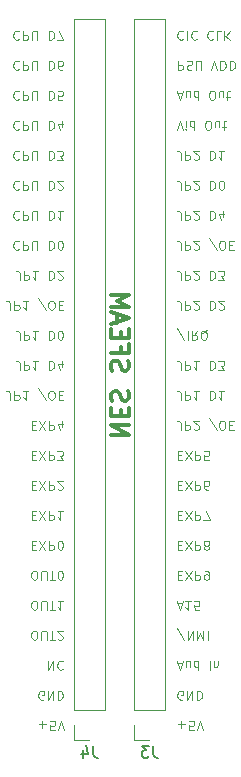
<source format=gbr>
%TF.GenerationSoftware,KiCad,Pcbnew,(5.1.10)-1*%
%TF.CreationDate,2021-05-31T22:30:43+02:00*%
%TF.ProjectId,Nes Sound Expansion,4e657320-536f-4756-9e64-20457870616e,rev?*%
%TF.SameCoordinates,Original*%
%TF.FileFunction,Legend,Bot*%
%TF.FilePolarity,Positive*%
%FSLAX46Y46*%
G04 Gerber Fmt 4.6, Leading zero omitted, Abs format (unit mm)*
G04 Created by KiCad (PCBNEW (5.1.10)-1) date 2021-05-31 22:30:43*
%MOMM*%
%LPD*%
G01*
G04 APERTURE LIST*
%ADD10C,0.100000*%
%ADD11C,0.300000*%
%ADD12C,0.120000*%
%ADD13C,0.150000*%
G04 APERTURE END LIST*
D10*
X111248714Y-108910285D02*
X111843000Y-108910285D01*
X111545857Y-108613142D02*
X111545857Y-109207428D01*
X112585857Y-109393142D02*
X112214428Y-109393142D01*
X112177285Y-109021714D01*
X112214428Y-109058857D01*
X112288714Y-109096000D01*
X112474428Y-109096000D01*
X112548714Y-109058857D01*
X112585857Y-109021714D01*
X112623000Y-108947428D01*
X112623000Y-108761714D01*
X112585857Y-108687428D01*
X112548714Y-108650285D01*
X112474428Y-108613142D01*
X112288714Y-108613142D01*
X112214428Y-108650285D01*
X112177285Y-108687428D01*
X112845857Y-109393142D02*
X113105857Y-108613142D01*
X113365857Y-109393142D01*
X111657285Y-106816000D02*
X111583000Y-106853142D01*
X111471571Y-106853142D01*
X111360142Y-106816000D01*
X111285857Y-106741714D01*
X111248714Y-106667428D01*
X111211571Y-106518857D01*
X111211571Y-106407428D01*
X111248714Y-106258857D01*
X111285857Y-106184571D01*
X111360142Y-106110285D01*
X111471571Y-106073142D01*
X111545857Y-106073142D01*
X111657285Y-106110285D01*
X111694428Y-106147428D01*
X111694428Y-106407428D01*
X111545857Y-106407428D01*
X112028714Y-106073142D02*
X112028714Y-106853142D01*
X112474428Y-106073142D01*
X112474428Y-106853142D01*
X112845857Y-106073142D02*
X112845857Y-106853142D01*
X113031571Y-106853142D01*
X113143000Y-106816000D01*
X113217285Y-106741714D01*
X113254428Y-106667428D01*
X113291571Y-106518857D01*
X113291571Y-106407428D01*
X113254428Y-106258857D01*
X113217285Y-106184571D01*
X113143000Y-106110285D01*
X113031571Y-106073142D01*
X112845857Y-106073142D01*
X111211571Y-103756000D02*
X111583000Y-103756000D01*
X111137285Y-103533142D02*
X111397285Y-104313142D01*
X111657285Y-103533142D01*
X112251571Y-104053142D02*
X112251571Y-103533142D01*
X111917285Y-104053142D02*
X111917285Y-103644571D01*
X111954428Y-103570285D01*
X112028714Y-103533142D01*
X112140142Y-103533142D01*
X112214428Y-103570285D01*
X112251571Y-103607428D01*
X112957285Y-103533142D02*
X112957285Y-104313142D01*
X112957285Y-103570285D02*
X112883000Y-103533142D01*
X112734428Y-103533142D01*
X112660142Y-103570285D01*
X112623000Y-103607428D01*
X112585857Y-103681714D01*
X112585857Y-103904571D01*
X112623000Y-103978857D01*
X112660142Y-104016000D01*
X112734428Y-104053142D01*
X112883000Y-104053142D01*
X112957285Y-104016000D01*
X113923000Y-103533142D02*
X113923000Y-104313142D01*
X114294428Y-104053142D02*
X114294428Y-103533142D01*
X114294428Y-103978857D02*
X114331571Y-104016000D01*
X114405857Y-104053142D01*
X114517285Y-104053142D01*
X114591571Y-104016000D01*
X114628714Y-103941714D01*
X114628714Y-103533142D01*
X111805857Y-101810285D02*
X111137285Y-100807428D01*
X112065857Y-100993142D02*
X112065857Y-101773142D01*
X112511571Y-100993142D01*
X112511571Y-101773142D01*
X112883000Y-100993142D02*
X112883000Y-101773142D01*
X113143000Y-101216000D01*
X113403000Y-101773142D01*
X113403000Y-100993142D01*
X113774428Y-100993142D02*
X113774428Y-101773142D01*
X111211571Y-98676000D02*
X111583000Y-98676000D01*
X111137285Y-98453142D02*
X111397285Y-99233142D01*
X111657285Y-98453142D01*
X112325857Y-98453142D02*
X111880142Y-98453142D01*
X112103000Y-98453142D02*
X112103000Y-99233142D01*
X112028714Y-99121714D01*
X111954428Y-99047428D01*
X111880142Y-99010285D01*
X113031571Y-99233142D02*
X112660142Y-99233142D01*
X112623000Y-98861714D01*
X112660142Y-98898857D01*
X112734428Y-98936000D01*
X112920142Y-98936000D01*
X112994428Y-98898857D01*
X113031571Y-98861714D01*
X113068714Y-98787428D01*
X113068714Y-98601714D01*
X113031571Y-98527428D01*
X112994428Y-98490285D01*
X112920142Y-98453142D01*
X112734428Y-98453142D01*
X112660142Y-98490285D01*
X112623000Y-98527428D01*
X111248714Y-96321714D02*
X111508714Y-96321714D01*
X111620142Y-95913142D02*
X111248714Y-95913142D01*
X111248714Y-96693142D01*
X111620142Y-96693142D01*
X111880142Y-96693142D02*
X112400142Y-95913142D01*
X112400142Y-96693142D02*
X111880142Y-95913142D01*
X112697285Y-95913142D02*
X112697285Y-96693142D01*
X112994428Y-96693142D01*
X113068714Y-96656000D01*
X113105857Y-96618857D01*
X113143000Y-96544571D01*
X113143000Y-96433142D01*
X113105857Y-96358857D01*
X113068714Y-96321714D01*
X112994428Y-96284571D01*
X112697285Y-96284571D01*
X113514428Y-95913142D02*
X113663000Y-95913142D01*
X113737285Y-95950285D01*
X113774428Y-95987428D01*
X113848714Y-96098857D01*
X113885857Y-96247428D01*
X113885857Y-96544571D01*
X113848714Y-96618857D01*
X113811571Y-96656000D01*
X113737285Y-96693142D01*
X113588714Y-96693142D01*
X113514428Y-96656000D01*
X113477285Y-96618857D01*
X113440142Y-96544571D01*
X113440142Y-96358857D01*
X113477285Y-96284571D01*
X113514428Y-96247428D01*
X113588714Y-96210285D01*
X113737285Y-96210285D01*
X113811571Y-96247428D01*
X113848714Y-96284571D01*
X113885857Y-96358857D01*
X111248714Y-93781714D02*
X111508714Y-93781714D01*
X111620142Y-93373142D02*
X111248714Y-93373142D01*
X111248714Y-94153142D01*
X111620142Y-94153142D01*
X111880142Y-94153142D02*
X112400142Y-93373142D01*
X112400142Y-94153142D02*
X111880142Y-93373142D01*
X112697285Y-93373142D02*
X112697285Y-94153142D01*
X112994428Y-94153142D01*
X113068714Y-94116000D01*
X113105857Y-94078857D01*
X113143000Y-94004571D01*
X113143000Y-93893142D01*
X113105857Y-93818857D01*
X113068714Y-93781714D01*
X112994428Y-93744571D01*
X112697285Y-93744571D01*
X113588714Y-93818857D02*
X113514428Y-93856000D01*
X113477285Y-93893142D01*
X113440142Y-93967428D01*
X113440142Y-94004571D01*
X113477285Y-94078857D01*
X113514428Y-94116000D01*
X113588714Y-94153142D01*
X113737285Y-94153142D01*
X113811571Y-94116000D01*
X113848714Y-94078857D01*
X113885857Y-94004571D01*
X113885857Y-93967428D01*
X113848714Y-93893142D01*
X113811571Y-93856000D01*
X113737285Y-93818857D01*
X113588714Y-93818857D01*
X113514428Y-93781714D01*
X113477285Y-93744571D01*
X113440142Y-93670285D01*
X113440142Y-93521714D01*
X113477285Y-93447428D01*
X113514428Y-93410285D01*
X113588714Y-93373142D01*
X113737285Y-93373142D01*
X113811571Y-93410285D01*
X113848714Y-93447428D01*
X113885857Y-93521714D01*
X113885857Y-93670285D01*
X113848714Y-93744571D01*
X113811571Y-93781714D01*
X113737285Y-93818857D01*
X111248714Y-91241714D02*
X111508714Y-91241714D01*
X111620142Y-90833142D02*
X111248714Y-90833142D01*
X111248714Y-91613142D01*
X111620142Y-91613142D01*
X111880142Y-91613142D02*
X112400142Y-90833142D01*
X112400142Y-91613142D02*
X111880142Y-90833142D01*
X112697285Y-90833142D02*
X112697285Y-91613142D01*
X112994428Y-91613142D01*
X113068714Y-91576000D01*
X113105857Y-91538857D01*
X113143000Y-91464571D01*
X113143000Y-91353142D01*
X113105857Y-91278857D01*
X113068714Y-91241714D01*
X112994428Y-91204571D01*
X112697285Y-91204571D01*
X113403000Y-91613142D02*
X113923000Y-91613142D01*
X113588714Y-90833142D01*
X111248714Y-88701714D02*
X111508714Y-88701714D01*
X111620142Y-88293142D02*
X111248714Y-88293142D01*
X111248714Y-89073142D01*
X111620142Y-89073142D01*
X111880142Y-89073142D02*
X112400142Y-88293142D01*
X112400142Y-89073142D02*
X111880142Y-88293142D01*
X112697285Y-88293142D02*
X112697285Y-89073142D01*
X112994428Y-89073142D01*
X113068714Y-89036000D01*
X113105857Y-88998857D01*
X113143000Y-88924571D01*
X113143000Y-88813142D01*
X113105857Y-88738857D01*
X113068714Y-88701714D01*
X112994428Y-88664571D01*
X112697285Y-88664571D01*
X113811571Y-89073142D02*
X113663000Y-89073142D01*
X113588714Y-89036000D01*
X113551571Y-88998857D01*
X113477285Y-88887428D01*
X113440142Y-88738857D01*
X113440142Y-88441714D01*
X113477285Y-88367428D01*
X113514428Y-88330285D01*
X113588714Y-88293142D01*
X113737285Y-88293142D01*
X113811571Y-88330285D01*
X113848714Y-88367428D01*
X113885857Y-88441714D01*
X113885857Y-88627428D01*
X113848714Y-88701714D01*
X113811571Y-88738857D01*
X113737285Y-88776000D01*
X113588714Y-88776000D01*
X113514428Y-88738857D01*
X113477285Y-88701714D01*
X113440142Y-88627428D01*
X111248714Y-86161714D02*
X111508714Y-86161714D01*
X111620142Y-85753142D02*
X111248714Y-85753142D01*
X111248714Y-86533142D01*
X111620142Y-86533142D01*
X111880142Y-86533142D02*
X112400142Y-85753142D01*
X112400142Y-86533142D02*
X111880142Y-85753142D01*
X112697285Y-85753142D02*
X112697285Y-86533142D01*
X112994428Y-86533142D01*
X113068714Y-86496000D01*
X113105857Y-86458857D01*
X113143000Y-86384571D01*
X113143000Y-86273142D01*
X113105857Y-86198857D01*
X113068714Y-86161714D01*
X112994428Y-86124571D01*
X112697285Y-86124571D01*
X113848714Y-86533142D02*
X113477285Y-86533142D01*
X113440142Y-86161714D01*
X113477285Y-86198857D01*
X113551571Y-86236000D01*
X113737285Y-86236000D01*
X113811571Y-86198857D01*
X113848714Y-86161714D01*
X113885857Y-86087428D01*
X113885857Y-85901714D01*
X113848714Y-85827428D01*
X113811571Y-85790285D01*
X113737285Y-85753142D01*
X113551571Y-85753142D01*
X113477285Y-85790285D01*
X113440142Y-85827428D01*
X111471571Y-83993142D02*
X111471571Y-83436000D01*
X111434428Y-83324571D01*
X111360142Y-83250285D01*
X111248714Y-83213142D01*
X111174428Y-83213142D01*
X111843000Y-83213142D02*
X111843000Y-83993142D01*
X112140142Y-83993142D01*
X112214428Y-83956000D01*
X112251571Y-83918857D01*
X112288714Y-83844571D01*
X112288714Y-83733142D01*
X112251571Y-83658857D01*
X112214428Y-83621714D01*
X112140142Y-83584571D01*
X111843000Y-83584571D01*
X112585857Y-83918857D02*
X112623000Y-83956000D01*
X112697285Y-83993142D01*
X112883000Y-83993142D01*
X112957285Y-83956000D01*
X112994428Y-83918857D01*
X113031571Y-83844571D01*
X113031571Y-83770285D01*
X112994428Y-83658857D01*
X112548714Y-83213142D01*
X113031571Y-83213142D01*
X114517285Y-84030285D02*
X113848714Y-83027428D01*
X114925857Y-83993142D02*
X115074428Y-83993142D01*
X115148714Y-83956000D01*
X115223000Y-83881714D01*
X115260142Y-83733142D01*
X115260142Y-83473142D01*
X115223000Y-83324571D01*
X115148714Y-83250285D01*
X115074428Y-83213142D01*
X114925857Y-83213142D01*
X114851571Y-83250285D01*
X114777285Y-83324571D01*
X114740142Y-83473142D01*
X114740142Y-83733142D01*
X114777285Y-83881714D01*
X114851571Y-83956000D01*
X114925857Y-83993142D01*
X115594428Y-83621714D02*
X115854428Y-83621714D01*
X115965857Y-83213142D02*
X115594428Y-83213142D01*
X115594428Y-83993142D01*
X115965857Y-83993142D01*
X111471571Y-81453142D02*
X111471571Y-80896000D01*
X111434428Y-80784571D01*
X111360142Y-80710285D01*
X111248714Y-80673142D01*
X111174428Y-80673142D01*
X111843000Y-80673142D02*
X111843000Y-81453142D01*
X112140142Y-81453142D01*
X112214428Y-81416000D01*
X112251571Y-81378857D01*
X112288714Y-81304571D01*
X112288714Y-81193142D01*
X112251571Y-81118857D01*
X112214428Y-81081714D01*
X112140142Y-81044571D01*
X111843000Y-81044571D01*
X113031571Y-80673142D02*
X112585857Y-80673142D01*
X112808714Y-80673142D02*
X112808714Y-81453142D01*
X112734428Y-81341714D01*
X112660142Y-81267428D01*
X112585857Y-81230285D01*
X113960142Y-80673142D02*
X113960142Y-81453142D01*
X114145857Y-81453142D01*
X114257285Y-81416000D01*
X114331571Y-81341714D01*
X114368714Y-81267428D01*
X114405857Y-81118857D01*
X114405857Y-81007428D01*
X114368714Y-80858857D01*
X114331571Y-80784571D01*
X114257285Y-80710285D01*
X114145857Y-80673142D01*
X113960142Y-80673142D01*
X115148714Y-80673142D02*
X114703000Y-80673142D01*
X114925857Y-80673142D02*
X114925857Y-81453142D01*
X114851571Y-81341714D01*
X114777285Y-81267428D01*
X114703000Y-81230285D01*
X111471571Y-78913142D02*
X111471571Y-78356000D01*
X111434428Y-78244571D01*
X111360142Y-78170285D01*
X111248714Y-78133142D01*
X111174428Y-78133142D01*
X111843000Y-78133142D02*
X111843000Y-78913142D01*
X112140142Y-78913142D01*
X112214428Y-78876000D01*
X112251571Y-78838857D01*
X112288714Y-78764571D01*
X112288714Y-78653142D01*
X112251571Y-78578857D01*
X112214428Y-78541714D01*
X112140142Y-78504571D01*
X111843000Y-78504571D01*
X113031571Y-78133142D02*
X112585857Y-78133142D01*
X112808714Y-78133142D02*
X112808714Y-78913142D01*
X112734428Y-78801714D01*
X112660142Y-78727428D01*
X112585857Y-78690285D01*
X113960142Y-78133142D02*
X113960142Y-78913142D01*
X114145857Y-78913142D01*
X114257285Y-78876000D01*
X114331571Y-78801714D01*
X114368714Y-78727428D01*
X114405857Y-78578857D01*
X114405857Y-78467428D01*
X114368714Y-78318857D01*
X114331571Y-78244571D01*
X114257285Y-78170285D01*
X114145857Y-78133142D01*
X113960142Y-78133142D01*
X114665857Y-78913142D02*
X115148714Y-78913142D01*
X114888714Y-78616000D01*
X115000142Y-78616000D01*
X115074428Y-78578857D01*
X115111571Y-78541714D01*
X115148714Y-78467428D01*
X115148714Y-78281714D01*
X115111571Y-78207428D01*
X115074428Y-78170285D01*
X115000142Y-78133142D01*
X114777285Y-78133142D01*
X114703000Y-78170285D01*
X114665857Y-78207428D01*
X111805857Y-76410285D02*
X111137285Y-75407428D01*
X112065857Y-75593142D02*
X112065857Y-76373142D01*
X112883000Y-75593142D02*
X112623000Y-75964571D01*
X112437285Y-75593142D02*
X112437285Y-76373142D01*
X112734428Y-76373142D01*
X112808714Y-76336000D01*
X112845857Y-76298857D01*
X112883000Y-76224571D01*
X112883000Y-76113142D01*
X112845857Y-76038857D01*
X112808714Y-76001714D01*
X112734428Y-75964571D01*
X112437285Y-75964571D01*
X113737285Y-75518857D02*
X113663000Y-75556000D01*
X113588714Y-75630285D01*
X113477285Y-75741714D01*
X113403000Y-75778857D01*
X113328714Y-75778857D01*
X113365857Y-75593142D02*
X113291571Y-75630285D01*
X113217285Y-75704571D01*
X113180142Y-75853142D01*
X113180142Y-76113142D01*
X113217285Y-76261714D01*
X113291571Y-76336000D01*
X113365857Y-76373142D01*
X113514428Y-76373142D01*
X113588714Y-76336000D01*
X113663000Y-76261714D01*
X113700142Y-76113142D01*
X113700142Y-75853142D01*
X113663000Y-75704571D01*
X113588714Y-75630285D01*
X113514428Y-75593142D01*
X113365857Y-75593142D01*
X111471571Y-73833142D02*
X111471571Y-73276000D01*
X111434428Y-73164571D01*
X111360142Y-73090285D01*
X111248714Y-73053142D01*
X111174428Y-73053142D01*
X111843000Y-73053142D02*
X111843000Y-73833142D01*
X112140142Y-73833142D01*
X112214428Y-73796000D01*
X112251571Y-73758857D01*
X112288714Y-73684571D01*
X112288714Y-73573142D01*
X112251571Y-73498857D01*
X112214428Y-73461714D01*
X112140142Y-73424571D01*
X111843000Y-73424571D01*
X112585857Y-73758857D02*
X112623000Y-73796000D01*
X112697285Y-73833142D01*
X112883000Y-73833142D01*
X112957285Y-73796000D01*
X112994428Y-73758857D01*
X113031571Y-73684571D01*
X113031571Y-73610285D01*
X112994428Y-73498857D01*
X112548714Y-73053142D01*
X113031571Y-73053142D01*
X113960142Y-73053142D02*
X113960142Y-73833142D01*
X114145857Y-73833142D01*
X114257285Y-73796000D01*
X114331571Y-73721714D01*
X114368714Y-73647428D01*
X114405857Y-73498857D01*
X114405857Y-73387428D01*
X114368714Y-73238857D01*
X114331571Y-73164571D01*
X114257285Y-73090285D01*
X114145857Y-73053142D01*
X113960142Y-73053142D01*
X114703000Y-73758857D02*
X114740142Y-73796000D01*
X114814428Y-73833142D01*
X115000142Y-73833142D01*
X115074428Y-73796000D01*
X115111571Y-73758857D01*
X115148714Y-73684571D01*
X115148714Y-73610285D01*
X115111571Y-73498857D01*
X114665857Y-73053142D01*
X115148714Y-73053142D01*
X111471571Y-71293142D02*
X111471571Y-70736000D01*
X111434428Y-70624571D01*
X111360142Y-70550285D01*
X111248714Y-70513142D01*
X111174428Y-70513142D01*
X111843000Y-70513142D02*
X111843000Y-71293142D01*
X112140142Y-71293142D01*
X112214428Y-71256000D01*
X112251571Y-71218857D01*
X112288714Y-71144571D01*
X112288714Y-71033142D01*
X112251571Y-70958857D01*
X112214428Y-70921714D01*
X112140142Y-70884571D01*
X111843000Y-70884571D01*
X112585857Y-71218857D02*
X112623000Y-71256000D01*
X112697285Y-71293142D01*
X112883000Y-71293142D01*
X112957285Y-71256000D01*
X112994428Y-71218857D01*
X113031571Y-71144571D01*
X113031571Y-71070285D01*
X112994428Y-70958857D01*
X112548714Y-70513142D01*
X113031571Y-70513142D01*
X113960142Y-70513142D02*
X113960142Y-71293142D01*
X114145857Y-71293142D01*
X114257285Y-71256000D01*
X114331571Y-71181714D01*
X114368714Y-71107428D01*
X114405857Y-70958857D01*
X114405857Y-70847428D01*
X114368714Y-70698857D01*
X114331571Y-70624571D01*
X114257285Y-70550285D01*
X114145857Y-70513142D01*
X113960142Y-70513142D01*
X114665857Y-71293142D02*
X115148714Y-71293142D01*
X114888714Y-70996000D01*
X115000142Y-70996000D01*
X115074428Y-70958857D01*
X115111571Y-70921714D01*
X115148714Y-70847428D01*
X115148714Y-70661714D01*
X115111571Y-70587428D01*
X115074428Y-70550285D01*
X115000142Y-70513142D01*
X114777285Y-70513142D01*
X114703000Y-70550285D01*
X114665857Y-70587428D01*
X111471571Y-68753142D02*
X111471571Y-68196000D01*
X111434428Y-68084571D01*
X111360142Y-68010285D01*
X111248714Y-67973142D01*
X111174428Y-67973142D01*
X111843000Y-67973142D02*
X111843000Y-68753142D01*
X112140142Y-68753142D01*
X112214428Y-68716000D01*
X112251571Y-68678857D01*
X112288714Y-68604571D01*
X112288714Y-68493142D01*
X112251571Y-68418857D01*
X112214428Y-68381714D01*
X112140142Y-68344571D01*
X111843000Y-68344571D01*
X112585857Y-68678857D02*
X112623000Y-68716000D01*
X112697285Y-68753142D01*
X112883000Y-68753142D01*
X112957285Y-68716000D01*
X112994428Y-68678857D01*
X113031571Y-68604571D01*
X113031571Y-68530285D01*
X112994428Y-68418857D01*
X112548714Y-67973142D01*
X113031571Y-67973142D01*
X114517285Y-68790285D02*
X113848714Y-67787428D01*
X114925857Y-68753142D02*
X115074428Y-68753142D01*
X115148714Y-68716000D01*
X115223000Y-68641714D01*
X115260142Y-68493142D01*
X115260142Y-68233142D01*
X115223000Y-68084571D01*
X115148714Y-68010285D01*
X115074428Y-67973142D01*
X114925857Y-67973142D01*
X114851571Y-68010285D01*
X114777285Y-68084571D01*
X114740142Y-68233142D01*
X114740142Y-68493142D01*
X114777285Y-68641714D01*
X114851571Y-68716000D01*
X114925857Y-68753142D01*
X115594428Y-68381714D02*
X115854428Y-68381714D01*
X115965857Y-67973142D02*
X115594428Y-67973142D01*
X115594428Y-68753142D01*
X115965857Y-68753142D01*
X111471571Y-66213142D02*
X111471571Y-65656000D01*
X111434428Y-65544571D01*
X111360142Y-65470285D01*
X111248714Y-65433142D01*
X111174428Y-65433142D01*
X111843000Y-65433142D02*
X111843000Y-66213142D01*
X112140142Y-66213142D01*
X112214428Y-66176000D01*
X112251571Y-66138857D01*
X112288714Y-66064571D01*
X112288714Y-65953142D01*
X112251571Y-65878857D01*
X112214428Y-65841714D01*
X112140142Y-65804571D01*
X111843000Y-65804571D01*
X112585857Y-66138857D02*
X112623000Y-66176000D01*
X112697285Y-66213142D01*
X112883000Y-66213142D01*
X112957285Y-66176000D01*
X112994428Y-66138857D01*
X113031571Y-66064571D01*
X113031571Y-65990285D01*
X112994428Y-65878857D01*
X112548714Y-65433142D01*
X113031571Y-65433142D01*
X113960142Y-65433142D02*
X113960142Y-66213142D01*
X114145857Y-66213142D01*
X114257285Y-66176000D01*
X114331571Y-66101714D01*
X114368714Y-66027428D01*
X114405857Y-65878857D01*
X114405857Y-65767428D01*
X114368714Y-65618857D01*
X114331571Y-65544571D01*
X114257285Y-65470285D01*
X114145857Y-65433142D01*
X113960142Y-65433142D01*
X115074428Y-65953142D02*
X115074428Y-65433142D01*
X114888714Y-66250285D02*
X114703000Y-65693142D01*
X115185857Y-65693142D01*
X111471571Y-63673142D02*
X111471571Y-63116000D01*
X111434428Y-63004571D01*
X111360142Y-62930285D01*
X111248714Y-62893142D01*
X111174428Y-62893142D01*
X111843000Y-62893142D02*
X111843000Y-63673142D01*
X112140142Y-63673142D01*
X112214428Y-63636000D01*
X112251571Y-63598857D01*
X112288714Y-63524571D01*
X112288714Y-63413142D01*
X112251571Y-63338857D01*
X112214428Y-63301714D01*
X112140142Y-63264571D01*
X111843000Y-63264571D01*
X112585857Y-63598857D02*
X112623000Y-63636000D01*
X112697285Y-63673142D01*
X112883000Y-63673142D01*
X112957285Y-63636000D01*
X112994428Y-63598857D01*
X113031571Y-63524571D01*
X113031571Y-63450285D01*
X112994428Y-63338857D01*
X112548714Y-62893142D01*
X113031571Y-62893142D01*
X113960142Y-62893142D02*
X113960142Y-63673142D01*
X114145857Y-63673142D01*
X114257285Y-63636000D01*
X114331571Y-63561714D01*
X114368714Y-63487428D01*
X114405857Y-63338857D01*
X114405857Y-63227428D01*
X114368714Y-63078857D01*
X114331571Y-63004571D01*
X114257285Y-62930285D01*
X114145857Y-62893142D01*
X113960142Y-62893142D01*
X114888714Y-63673142D02*
X114963000Y-63673142D01*
X115037285Y-63636000D01*
X115074428Y-63598857D01*
X115111571Y-63524571D01*
X115148714Y-63376000D01*
X115148714Y-63190285D01*
X115111571Y-63041714D01*
X115074428Y-62967428D01*
X115037285Y-62930285D01*
X114963000Y-62893142D01*
X114888714Y-62893142D01*
X114814428Y-62930285D01*
X114777285Y-62967428D01*
X114740142Y-63041714D01*
X114703000Y-63190285D01*
X114703000Y-63376000D01*
X114740142Y-63524571D01*
X114777285Y-63598857D01*
X114814428Y-63636000D01*
X114888714Y-63673142D01*
X111471571Y-61133142D02*
X111471571Y-60576000D01*
X111434428Y-60464571D01*
X111360142Y-60390285D01*
X111248714Y-60353142D01*
X111174428Y-60353142D01*
X111843000Y-60353142D02*
X111843000Y-61133142D01*
X112140142Y-61133142D01*
X112214428Y-61096000D01*
X112251571Y-61058857D01*
X112288714Y-60984571D01*
X112288714Y-60873142D01*
X112251571Y-60798857D01*
X112214428Y-60761714D01*
X112140142Y-60724571D01*
X111843000Y-60724571D01*
X112585857Y-61058857D02*
X112623000Y-61096000D01*
X112697285Y-61133142D01*
X112883000Y-61133142D01*
X112957285Y-61096000D01*
X112994428Y-61058857D01*
X113031571Y-60984571D01*
X113031571Y-60910285D01*
X112994428Y-60798857D01*
X112548714Y-60353142D01*
X113031571Y-60353142D01*
X113960142Y-60353142D02*
X113960142Y-61133142D01*
X114145857Y-61133142D01*
X114257285Y-61096000D01*
X114331571Y-61021714D01*
X114368714Y-60947428D01*
X114405857Y-60798857D01*
X114405857Y-60687428D01*
X114368714Y-60538857D01*
X114331571Y-60464571D01*
X114257285Y-60390285D01*
X114145857Y-60353142D01*
X113960142Y-60353142D01*
X115148714Y-60353142D02*
X114703000Y-60353142D01*
X114925857Y-60353142D02*
X114925857Y-61133142D01*
X114851571Y-61021714D01*
X114777285Y-60947428D01*
X114703000Y-60910285D01*
X111137285Y-58593142D02*
X111397285Y-57813142D01*
X111657285Y-58593142D01*
X111917285Y-57813142D02*
X111917285Y-58333142D01*
X111917285Y-58593142D02*
X111880142Y-58556000D01*
X111917285Y-58518857D01*
X111954428Y-58556000D01*
X111917285Y-58593142D01*
X111917285Y-58518857D01*
X112623000Y-57813142D02*
X112623000Y-58593142D01*
X112623000Y-57850285D02*
X112548714Y-57813142D01*
X112400142Y-57813142D01*
X112325857Y-57850285D01*
X112288714Y-57887428D01*
X112251571Y-57961714D01*
X112251571Y-58184571D01*
X112288714Y-58258857D01*
X112325857Y-58296000D01*
X112400142Y-58333142D01*
X112548714Y-58333142D01*
X112623000Y-58296000D01*
X113737285Y-58593142D02*
X113885857Y-58593142D01*
X113960142Y-58556000D01*
X114034428Y-58481714D01*
X114071571Y-58333142D01*
X114071571Y-58073142D01*
X114034428Y-57924571D01*
X113960142Y-57850285D01*
X113885857Y-57813142D01*
X113737285Y-57813142D01*
X113663000Y-57850285D01*
X113588714Y-57924571D01*
X113551571Y-58073142D01*
X113551571Y-58333142D01*
X113588714Y-58481714D01*
X113663000Y-58556000D01*
X113737285Y-58593142D01*
X114740142Y-58333142D02*
X114740142Y-57813142D01*
X114405857Y-58333142D02*
X114405857Y-57924571D01*
X114443000Y-57850285D01*
X114517285Y-57813142D01*
X114628714Y-57813142D01*
X114703000Y-57850285D01*
X114740142Y-57887428D01*
X115000142Y-58333142D02*
X115297285Y-58333142D01*
X115111571Y-58593142D02*
X115111571Y-57924571D01*
X115148714Y-57850285D01*
X115223000Y-57813142D01*
X115297285Y-57813142D01*
X111211571Y-55496000D02*
X111583000Y-55496000D01*
X111137285Y-55273142D02*
X111397285Y-56053142D01*
X111657285Y-55273142D01*
X112251571Y-55793142D02*
X112251571Y-55273142D01*
X111917285Y-55793142D02*
X111917285Y-55384571D01*
X111954428Y-55310285D01*
X112028714Y-55273142D01*
X112140142Y-55273142D01*
X112214428Y-55310285D01*
X112251571Y-55347428D01*
X112957285Y-55273142D02*
X112957285Y-56053142D01*
X112957285Y-55310285D02*
X112883000Y-55273142D01*
X112734428Y-55273142D01*
X112660142Y-55310285D01*
X112623000Y-55347428D01*
X112585857Y-55421714D01*
X112585857Y-55644571D01*
X112623000Y-55718857D01*
X112660142Y-55756000D01*
X112734428Y-55793142D01*
X112883000Y-55793142D01*
X112957285Y-55756000D01*
X114071571Y-56053142D02*
X114220142Y-56053142D01*
X114294428Y-56016000D01*
X114368714Y-55941714D01*
X114405857Y-55793142D01*
X114405857Y-55533142D01*
X114368714Y-55384571D01*
X114294428Y-55310285D01*
X114220142Y-55273142D01*
X114071571Y-55273142D01*
X113997285Y-55310285D01*
X113923000Y-55384571D01*
X113885857Y-55533142D01*
X113885857Y-55793142D01*
X113923000Y-55941714D01*
X113997285Y-56016000D01*
X114071571Y-56053142D01*
X115074428Y-55793142D02*
X115074428Y-55273142D01*
X114740142Y-55793142D02*
X114740142Y-55384571D01*
X114777285Y-55310285D01*
X114851571Y-55273142D01*
X114963000Y-55273142D01*
X115037285Y-55310285D01*
X115074428Y-55347428D01*
X115334428Y-55793142D02*
X115631571Y-55793142D01*
X115445857Y-56053142D02*
X115445857Y-55384571D01*
X115483000Y-55310285D01*
X115557285Y-55273142D01*
X115631571Y-55273142D01*
X111248714Y-52733142D02*
X111248714Y-53513142D01*
X111545857Y-53513142D01*
X111620142Y-53476000D01*
X111657285Y-53438857D01*
X111694428Y-53364571D01*
X111694428Y-53253142D01*
X111657285Y-53178857D01*
X111620142Y-53141714D01*
X111545857Y-53104571D01*
X111248714Y-53104571D01*
X111991571Y-52770285D02*
X112103000Y-52733142D01*
X112288714Y-52733142D01*
X112363000Y-52770285D01*
X112400142Y-52807428D01*
X112437285Y-52881714D01*
X112437285Y-52956000D01*
X112400142Y-53030285D01*
X112363000Y-53067428D01*
X112288714Y-53104571D01*
X112140142Y-53141714D01*
X112065857Y-53178857D01*
X112028714Y-53216000D01*
X111991571Y-53290285D01*
X111991571Y-53364571D01*
X112028714Y-53438857D01*
X112065857Y-53476000D01*
X112140142Y-53513142D01*
X112325857Y-53513142D01*
X112437285Y-53476000D01*
X112771571Y-53513142D02*
X112771571Y-52881714D01*
X112808714Y-52807428D01*
X112845857Y-52770285D01*
X112920142Y-52733142D01*
X113068714Y-52733142D01*
X113143000Y-52770285D01*
X113180142Y-52807428D01*
X113217285Y-52881714D01*
X113217285Y-53513142D01*
X114071571Y-53513142D02*
X114331571Y-52733142D01*
X114591571Y-53513142D01*
X114851571Y-52733142D02*
X114851571Y-53513142D01*
X115037285Y-53513142D01*
X115148714Y-53476000D01*
X115223000Y-53401714D01*
X115260142Y-53327428D01*
X115297285Y-53178857D01*
X115297285Y-53067428D01*
X115260142Y-52918857D01*
X115223000Y-52844571D01*
X115148714Y-52770285D01*
X115037285Y-52733142D01*
X114851571Y-52733142D01*
X115631571Y-52733142D02*
X115631571Y-53513142D01*
X115817285Y-53513142D01*
X115928714Y-53476000D01*
X116003000Y-53401714D01*
X116040142Y-53327428D01*
X116077285Y-53178857D01*
X116077285Y-53067428D01*
X116040142Y-52918857D01*
X116003000Y-52844571D01*
X115928714Y-52770285D01*
X115817285Y-52733142D01*
X115631571Y-52733142D01*
X111694428Y-50267428D02*
X111657285Y-50230285D01*
X111545857Y-50193142D01*
X111471571Y-50193142D01*
X111360142Y-50230285D01*
X111285857Y-50304571D01*
X111248714Y-50378857D01*
X111211571Y-50527428D01*
X111211571Y-50638857D01*
X111248714Y-50787428D01*
X111285857Y-50861714D01*
X111360142Y-50936000D01*
X111471571Y-50973142D01*
X111545857Y-50973142D01*
X111657285Y-50936000D01*
X111694428Y-50898857D01*
X112028714Y-50193142D02*
X112028714Y-50973142D01*
X112845857Y-50267428D02*
X112808714Y-50230285D01*
X112697285Y-50193142D01*
X112623000Y-50193142D01*
X112511571Y-50230285D01*
X112437285Y-50304571D01*
X112400142Y-50378857D01*
X112363000Y-50527428D01*
X112363000Y-50638857D01*
X112400142Y-50787428D01*
X112437285Y-50861714D01*
X112511571Y-50936000D01*
X112623000Y-50973142D01*
X112697285Y-50973142D01*
X112808714Y-50936000D01*
X112845857Y-50898857D01*
X114220142Y-50267428D02*
X114183000Y-50230285D01*
X114071571Y-50193142D01*
X113997285Y-50193142D01*
X113885857Y-50230285D01*
X113811571Y-50304571D01*
X113774428Y-50378857D01*
X113737285Y-50527428D01*
X113737285Y-50638857D01*
X113774428Y-50787428D01*
X113811571Y-50861714D01*
X113885857Y-50936000D01*
X113997285Y-50973142D01*
X114071571Y-50973142D01*
X114183000Y-50936000D01*
X114220142Y-50898857D01*
X114925857Y-50193142D02*
X114554428Y-50193142D01*
X114554428Y-50973142D01*
X115185857Y-50193142D02*
X115185857Y-50973142D01*
X115631571Y-50193142D02*
X115297285Y-50638857D01*
X115631571Y-50973142D02*
X115185857Y-50527428D01*
X99470571Y-108910285D02*
X100064857Y-108910285D01*
X99767714Y-108613142D02*
X99767714Y-109207428D01*
X100807714Y-109393142D02*
X100436285Y-109393142D01*
X100399142Y-109021714D01*
X100436285Y-109058857D01*
X100510571Y-109096000D01*
X100696285Y-109096000D01*
X100770571Y-109058857D01*
X100807714Y-109021714D01*
X100844857Y-108947428D01*
X100844857Y-108761714D01*
X100807714Y-108687428D01*
X100770571Y-108650285D01*
X100696285Y-108613142D01*
X100510571Y-108613142D01*
X100436285Y-108650285D01*
X100399142Y-108687428D01*
X101067714Y-109393142D02*
X101327714Y-108613142D01*
X101587714Y-109393142D01*
X99879142Y-106816000D02*
X99804857Y-106853142D01*
X99693428Y-106853142D01*
X99582000Y-106816000D01*
X99507714Y-106741714D01*
X99470571Y-106667428D01*
X99433428Y-106518857D01*
X99433428Y-106407428D01*
X99470571Y-106258857D01*
X99507714Y-106184571D01*
X99582000Y-106110285D01*
X99693428Y-106073142D01*
X99767714Y-106073142D01*
X99879142Y-106110285D01*
X99916285Y-106147428D01*
X99916285Y-106407428D01*
X99767714Y-106407428D01*
X100250571Y-106073142D02*
X100250571Y-106853142D01*
X100696285Y-106073142D01*
X100696285Y-106853142D01*
X101067714Y-106073142D02*
X101067714Y-106853142D01*
X101253428Y-106853142D01*
X101364857Y-106816000D01*
X101439142Y-106741714D01*
X101476285Y-106667428D01*
X101513428Y-106518857D01*
X101513428Y-106407428D01*
X101476285Y-106258857D01*
X101439142Y-106184571D01*
X101364857Y-106110285D01*
X101253428Y-106073142D01*
X101067714Y-106073142D01*
X100250571Y-103533142D02*
X100250571Y-104313142D01*
X100696285Y-103533142D01*
X100696285Y-104313142D01*
X101513428Y-103607428D02*
X101476285Y-103570285D01*
X101364857Y-103533142D01*
X101290571Y-103533142D01*
X101179142Y-103570285D01*
X101104857Y-103644571D01*
X101067714Y-103718857D01*
X101030571Y-103867428D01*
X101030571Y-103978857D01*
X101067714Y-104127428D01*
X101104857Y-104201714D01*
X101179142Y-104276000D01*
X101290571Y-104313142D01*
X101364857Y-104313142D01*
X101476285Y-104276000D01*
X101513428Y-104238857D01*
X99024857Y-101773142D02*
X99173428Y-101773142D01*
X99247714Y-101736000D01*
X99322000Y-101661714D01*
X99359142Y-101513142D01*
X99359142Y-101253142D01*
X99322000Y-101104571D01*
X99247714Y-101030285D01*
X99173428Y-100993142D01*
X99024857Y-100993142D01*
X98950571Y-101030285D01*
X98876285Y-101104571D01*
X98839142Y-101253142D01*
X98839142Y-101513142D01*
X98876285Y-101661714D01*
X98950571Y-101736000D01*
X99024857Y-101773142D01*
X99693428Y-101773142D02*
X99693428Y-101141714D01*
X99730571Y-101067428D01*
X99767714Y-101030285D01*
X99842000Y-100993142D01*
X99990571Y-100993142D01*
X100064857Y-101030285D01*
X100102000Y-101067428D01*
X100139142Y-101141714D01*
X100139142Y-101773142D01*
X100399142Y-101773142D02*
X100844857Y-101773142D01*
X100622000Y-100993142D02*
X100622000Y-101773142D01*
X101067714Y-101698857D02*
X101104857Y-101736000D01*
X101179142Y-101773142D01*
X101364857Y-101773142D01*
X101439142Y-101736000D01*
X101476285Y-101698857D01*
X101513428Y-101624571D01*
X101513428Y-101550285D01*
X101476285Y-101438857D01*
X101030571Y-100993142D01*
X101513428Y-100993142D01*
X99024857Y-99233142D02*
X99173428Y-99233142D01*
X99247714Y-99196000D01*
X99322000Y-99121714D01*
X99359142Y-98973142D01*
X99359142Y-98713142D01*
X99322000Y-98564571D01*
X99247714Y-98490285D01*
X99173428Y-98453142D01*
X99024857Y-98453142D01*
X98950571Y-98490285D01*
X98876285Y-98564571D01*
X98839142Y-98713142D01*
X98839142Y-98973142D01*
X98876285Y-99121714D01*
X98950571Y-99196000D01*
X99024857Y-99233142D01*
X99693428Y-99233142D02*
X99693428Y-98601714D01*
X99730571Y-98527428D01*
X99767714Y-98490285D01*
X99842000Y-98453142D01*
X99990571Y-98453142D01*
X100064857Y-98490285D01*
X100102000Y-98527428D01*
X100139142Y-98601714D01*
X100139142Y-99233142D01*
X100399142Y-99233142D02*
X100844857Y-99233142D01*
X100622000Y-98453142D02*
X100622000Y-99233142D01*
X101513428Y-98453142D02*
X101067714Y-98453142D01*
X101290571Y-98453142D02*
X101290571Y-99233142D01*
X101216285Y-99121714D01*
X101142000Y-99047428D01*
X101067714Y-99010285D01*
X99024857Y-96693142D02*
X99173428Y-96693142D01*
X99247714Y-96656000D01*
X99322000Y-96581714D01*
X99359142Y-96433142D01*
X99359142Y-96173142D01*
X99322000Y-96024571D01*
X99247714Y-95950285D01*
X99173428Y-95913142D01*
X99024857Y-95913142D01*
X98950571Y-95950285D01*
X98876285Y-96024571D01*
X98839142Y-96173142D01*
X98839142Y-96433142D01*
X98876285Y-96581714D01*
X98950571Y-96656000D01*
X99024857Y-96693142D01*
X99693428Y-96693142D02*
X99693428Y-96061714D01*
X99730571Y-95987428D01*
X99767714Y-95950285D01*
X99842000Y-95913142D01*
X99990571Y-95913142D01*
X100064857Y-95950285D01*
X100102000Y-95987428D01*
X100139142Y-96061714D01*
X100139142Y-96693142D01*
X100399142Y-96693142D02*
X100844857Y-96693142D01*
X100622000Y-95913142D02*
X100622000Y-96693142D01*
X101253428Y-96693142D02*
X101327714Y-96693142D01*
X101402000Y-96656000D01*
X101439142Y-96618857D01*
X101476285Y-96544571D01*
X101513428Y-96396000D01*
X101513428Y-96210285D01*
X101476285Y-96061714D01*
X101439142Y-95987428D01*
X101402000Y-95950285D01*
X101327714Y-95913142D01*
X101253428Y-95913142D01*
X101179142Y-95950285D01*
X101142000Y-95987428D01*
X101104857Y-96061714D01*
X101067714Y-96210285D01*
X101067714Y-96396000D01*
X101104857Y-96544571D01*
X101142000Y-96618857D01*
X101179142Y-96656000D01*
X101253428Y-96693142D01*
X98876285Y-93781714D02*
X99136285Y-93781714D01*
X99247714Y-93373142D02*
X98876285Y-93373142D01*
X98876285Y-94153142D01*
X99247714Y-94153142D01*
X99507714Y-94153142D02*
X100027714Y-93373142D01*
X100027714Y-94153142D02*
X99507714Y-93373142D01*
X100324857Y-93373142D02*
X100324857Y-94153142D01*
X100622000Y-94153142D01*
X100696285Y-94116000D01*
X100733428Y-94078857D01*
X100770571Y-94004571D01*
X100770571Y-93893142D01*
X100733428Y-93818857D01*
X100696285Y-93781714D01*
X100622000Y-93744571D01*
X100324857Y-93744571D01*
X101253428Y-94153142D02*
X101327714Y-94153142D01*
X101402000Y-94116000D01*
X101439142Y-94078857D01*
X101476285Y-94004571D01*
X101513428Y-93856000D01*
X101513428Y-93670285D01*
X101476285Y-93521714D01*
X101439142Y-93447428D01*
X101402000Y-93410285D01*
X101327714Y-93373142D01*
X101253428Y-93373142D01*
X101179142Y-93410285D01*
X101142000Y-93447428D01*
X101104857Y-93521714D01*
X101067714Y-93670285D01*
X101067714Y-93856000D01*
X101104857Y-94004571D01*
X101142000Y-94078857D01*
X101179142Y-94116000D01*
X101253428Y-94153142D01*
X98876285Y-91241714D02*
X99136285Y-91241714D01*
X99247714Y-90833142D02*
X98876285Y-90833142D01*
X98876285Y-91613142D01*
X99247714Y-91613142D01*
X99507714Y-91613142D02*
X100027714Y-90833142D01*
X100027714Y-91613142D02*
X99507714Y-90833142D01*
X100324857Y-90833142D02*
X100324857Y-91613142D01*
X100622000Y-91613142D01*
X100696285Y-91576000D01*
X100733428Y-91538857D01*
X100770571Y-91464571D01*
X100770571Y-91353142D01*
X100733428Y-91278857D01*
X100696285Y-91241714D01*
X100622000Y-91204571D01*
X100324857Y-91204571D01*
X101513428Y-90833142D02*
X101067714Y-90833142D01*
X101290571Y-90833142D02*
X101290571Y-91613142D01*
X101216285Y-91501714D01*
X101142000Y-91427428D01*
X101067714Y-91390285D01*
X98876285Y-88701714D02*
X99136285Y-88701714D01*
X99247714Y-88293142D02*
X98876285Y-88293142D01*
X98876285Y-89073142D01*
X99247714Y-89073142D01*
X99507714Y-89073142D02*
X100027714Y-88293142D01*
X100027714Y-89073142D02*
X99507714Y-88293142D01*
X100324857Y-88293142D02*
X100324857Y-89073142D01*
X100622000Y-89073142D01*
X100696285Y-89036000D01*
X100733428Y-88998857D01*
X100770571Y-88924571D01*
X100770571Y-88813142D01*
X100733428Y-88738857D01*
X100696285Y-88701714D01*
X100622000Y-88664571D01*
X100324857Y-88664571D01*
X101067714Y-88998857D02*
X101104857Y-89036000D01*
X101179142Y-89073142D01*
X101364857Y-89073142D01*
X101439142Y-89036000D01*
X101476285Y-88998857D01*
X101513428Y-88924571D01*
X101513428Y-88850285D01*
X101476285Y-88738857D01*
X101030571Y-88293142D01*
X101513428Y-88293142D01*
X98876285Y-86161714D02*
X99136285Y-86161714D01*
X99247714Y-85753142D02*
X98876285Y-85753142D01*
X98876285Y-86533142D01*
X99247714Y-86533142D01*
X99507714Y-86533142D02*
X100027714Y-85753142D01*
X100027714Y-86533142D02*
X99507714Y-85753142D01*
X100324857Y-85753142D02*
X100324857Y-86533142D01*
X100622000Y-86533142D01*
X100696285Y-86496000D01*
X100733428Y-86458857D01*
X100770571Y-86384571D01*
X100770571Y-86273142D01*
X100733428Y-86198857D01*
X100696285Y-86161714D01*
X100622000Y-86124571D01*
X100324857Y-86124571D01*
X101030571Y-86533142D02*
X101513428Y-86533142D01*
X101253428Y-86236000D01*
X101364857Y-86236000D01*
X101439142Y-86198857D01*
X101476285Y-86161714D01*
X101513428Y-86087428D01*
X101513428Y-85901714D01*
X101476285Y-85827428D01*
X101439142Y-85790285D01*
X101364857Y-85753142D01*
X101142000Y-85753142D01*
X101067714Y-85790285D01*
X101030571Y-85827428D01*
X98876285Y-83621714D02*
X99136285Y-83621714D01*
X99247714Y-83213142D02*
X98876285Y-83213142D01*
X98876285Y-83993142D01*
X99247714Y-83993142D01*
X99507714Y-83993142D02*
X100027714Y-83213142D01*
X100027714Y-83993142D02*
X99507714Y-83213142D01*
X100324857Y-83213142D02*
X100324857Y-83993142D01*
X100622000Y-83993142D01*
X100696285Y-83956000D01*
X100733428Y-83918857D01*
X100770571Y-83844571D01*
X100770571Y-83733142D01*
X100733428Y-83658857D01*
X100696285Y-83621714D01*
X100622000Y-83584571D01*
X100324857Y-83584571D01*
X101439142Y-83733142D02*
X101439142Y-83213142D01*
X101253428Y-84030285D02*
X101067714Y-83473142D01*
X101550571Y-83473142D01*
X97019142Y-81453142D02*
X97019142Y-80896000D01*
X96982000Y-80784571D01*
X96907714Y-80710285D01*
X96796285Y-80673142D01*
X96722000Y-80673142D01*
X97390571Y-80673142D02*
X97390571Y-81453142D01*
X97687714Y-81453142D01*
X97762000Y-81416000D01*
X97799142Y-81378857D01*
X97836285Y-81304571D01*
X97836285Y-81193142D01*
X97799142Y-81118857D01*
X97762000Y-81081714D01*
X97687714Y-81044571D01*
X97390571Y-81044571D01*
X98579142Y-80673142D02*
X98133428Y-80673142D01*
X98356285Y-80673142D02*
X98356285Y-81453142D01*
X98282000Y-81341714D01*
X98207714Y-81267428D01*
X98133428Y-81230285D01*
X100064857Y-81490285D02*
X99396285Y-80487428D01*
X100473428Y-81453142D02*
X100622000Y-81453142D01*
X100696285Y-81416000D01*
X100770571Y-81341714D01*
X100807714Y-81193142D01*
X100807714Y-80933142D01*
X100770571Y-80784571D01*
X100696285Y-80710285D01*
X100622000Y-80673142D01*
X100473428Y-80673142D01*
X100399142Y-80710285D01*
X100324857Y-80784571D01*
X100287714Y-80933142D01*
X100287714Y-81193142D01*
X100324857Y-81341714D01*
X100399142Y-81416000D01*
X100473428Y-81453142D01*
X101142000Y-81081714D02*
X101402000Y-81081714D01*
X101513428Y-80673142D02*
X101142000Y-80673142D01*
X101142000Y-81453142D01*
X101513428Y-81453142D01*
X97836285Y-78913142D02*
X97836285Y-78356000D01*
X97799142Y-78244571D01*
X97724857Y-78170285D01*
X97613428Y-78133142D01*
X97539142Y-78133142D01*
X98207714Y-78133142D02*
X98207714Y-78913142D01*
X98504857Y-78913142D01*
X98579142Y-78876000D01*
X98616285Y-78838857D01*
X98653428Y-78764571D01*
X98653428Y-78653142D01*
X98616285Y-78578857D01*
X98579142Y-78541714D01*
X98504857Y-78504571D01*
X98207714Y-78504571D01*
X99396285Y-78133142D02*
X98950571Y-78133142D01*
X99173428Y-78133142D02*
X99173428Y-78913142D01*
X99099142Y-78801714D01*
X99024857Y-78727428D01*
X98950571Y-78690285D01*
X100324857Y-78133142D02*
X100324857Y-78913142D01*
X100510571Y-78913142D01*
X100622000Y-78876000D01*
X100696285Y-78801714D01*
X100733428Y-78727428D01*
X100770571Y-78578857D01*
X100770571Y-78467428D01*
X100733428Y-78318857D01*
X100696285Y-78244571D01*
X100622000Y-78170285D01*
X100510571Y-78133142D01*
X100324857Y-78133142D01*
X101439142Y-78653142D02*
X101439142Y-78133142D01*
X101253428Y-78950285D02*
X101067714Y-78393142D01*
X101550571Y-78393142D01*
X97836285Y-76373142D02*
X97836285Y-75816000D01*
X97799142Y-75704571D01*
X97724857Y-75630285D01*
X97613428Y-75593142D01*
X97539142Y-75593142D01*
X98207714Y-75593142D02*
X98207714Y-76373142D01*
X98504857Y-76373142D01*
X98579142Y-76336000D01*
X98616285Y-76298857D01*
X98653428Y-76224571D01*
X98653428Y-76113142D01*
X98616285Y-76038857D01*
X98579142Y-76001714D01*
X98504857Y-75964571D01*
X98207714Y-75964571D01*
X99396285Y-75593142D02*
X98950571Y-75593142D01*
X99173428Y-75593142D02*
X99173428Y-76373142D01*
X99099142Y-76261714D01*
X99024857Y-76187428D01*
X98950571Y-76150285D01*
X100324857Y-75593142D02*
X100324857Y-76373142D01*
X100510571Y-76373142D01*
X100622000Y-76336000D01*
X100696285Y-76261714D01*
X100733428Y-76187428D01*
X100770571Y-76038857D01*
X100770571Y-75927428D01*
X100733428Y-75778857D01*
X100696285Y-75704571D01*
X100622000Y-75630285D01*
X100510571Y-75593142D01*
X100324857Y-75593142D01*
X101253428Y-76373142D02*
X101327714Y-76373142D01*
X101402000Y-76336000D01*
X101439142Y-76298857D01*
X101476285Y-76224571D01*
X101513428Y-76076000D01*
X101513428Y-75890285D01*
X101476285Y-75741714D01*
X101439142Y-75667428D01*
X101402000Y-75630285D01*
X101327714Y-75593142D01*
X101253428Y-75593142D01*
X101179142Y-75630285D01*
X101142000Y-75667428D01*
X101104857Y-75741714D01*
X101067714Y-75890285D01*
X101067714Y-76076000D01*
X101104857Y-76224571D01*
X101142000Y-76298857D01*
X101179142Y-76336000D01*
X101253428Y-76373142D01*
X97019142Y-73833142D02*
X97019142Y-73276000D01*
X96982000Y-73164571D01*
X96907714Y-73090285D01*
X96796285Y-73053142D01*
X96722000Y-73053142D01*
X97390571Y-73053142D02*
X97390571Y-73833142D01*
X97687714Y-73833142D01*
X97762000Y-73796000D01*
X97799142Y-73758857D01*
X97836285Y-73684571D01*
X97836285Y-73573142D01*
X97799142Y-73498857D01*
X97762000Y-73461714D01*
X97687714Y-73424571D01*
X97390571Y-73424571D01*
X98579142Y-73053142D02*
X98133428Y-73053142D01*
X98356285Y-73053142D02*
X98356285Y-73833142D01*
X98282000Y-73721714D01*
X98207714Y-73647428D01*
X98133428Y-73610285D01*
X100064857Y-73870285D02*
X99396285Y-72867428D01*
X100473428Y-73833142D02*
X100622000Y-73833142D01*
X100696285Y-73796000D01*
X100770571Y-73721714D01*
X100807714Y-73573142D01*
X100807714Y-73313142D01*
X100770571Y-73164571D01*
X100696285Y-73090285D01*
X100622000Y-73053142D01*
X100473428Y-73053142D01*
X100399142Y-73090285D01*
X100324857Y-73164571D01*
X100287714Y-73313142D01*
X100287714Y-73573142D01*
X100324857Y-73721714D01*
X100399142Y-73796000D01*
X100473428Y-73833142D01*
X101142000Y-73461714D02*
X101402000Y-73461714D01*
X101513428Y-73053142D02*
X101142000Y-73053142D01*
X101142000Y-73833142D01*
X101513428Y-73833142D01*
X97836285Y-71293142D02*
X97836285Y-70736000D01*
X97799142Y-70624571D01*
X97724857Y-70550285D01*
X97613428Y-70513142D01*
X97539142Y-70513142D01*
X98207714Y-70513142D02*
X98207714Y-71293142D01*
X98504857Y-71293142D01*
X98579142Y-71256000D01*
X98616285Y-71218857D01*
X98653428Y-71144571D01*
X98653428Y-71033142D01*
X98616285Y-70958857D01*
X98579142Y-70921714D01*
X98504857Y-70884571D01*
X98207714Y-70884571D01*
X99396285Y-70513142D02*
X98950571Y-70513142D01*
X99173428Y-70513142D02*
X99173428Y-71293142D01*
X99099142Y-71181714D01*
X99024857Y-71107428D01*
X98950571Y-71070285D01*
X100324857Y-70513142D02*
X100324857Y-71293142D01*
X100510571Y-71293142D01*
X100622000Y-71256000D01*
X100696285Y-71181714D01*
X100733428Y-71107428D01*
X100770571Y-70958857D01*
X100770571Y-70847428D01*
X100733428Y-70698857D01*
X100696285Y-70624571D01*
X100622000Y-70550285D01*
X100510571Y-70513142D01*
X100324857Y-70513142D01*
X101067714Y-71218857D02*
X101104857Y-71256000D01*
X101179142Y-71293142D01*
X101364857Y-71293142D01*
X101439142Y-71256000D01*
X101476285Y-71218857D01*
X101513428Y-71144571D01*
X101513428Y-71070285D01*
X101476285Y-70958857D01*
X101030571Y-70513142D01*
X101513428Y-70513142D01*
X97799142Y-68047428D02*
X97762000Y-68010285D01*
X97650571Y-67973142D01*
X97576285Y-67973142D01*
X97464857Y-68010285D01*
X97390571Y-68084571D01*
X97353428Y-68158857D01*
X97316285Y-68307428D01*
X97316285Y-68418857D01*
X97353428Y-68567428D01*
X97390571Y-68641714D01*
X97464857Y-68716000D01*
X97576285Y-68753142D01*
X97650571Y-68753142D01*
X97762000Y-68716000D01*
X97799142Y-68678857D01*
X98133428Y-67973142D02*
X98133428Y-68753142D01*
X98430571Y-68753142D01*
X98504857Y-68716000D01*
X98542000Y-68678857D01*
X98579142Y-68604571D01*
X98579142Y-68493142D01*
X98542000Y-68418857D01*
X98504857Y-68381714D01*
X98430571Y-68344571D01*
X98133428Y-68344571D01*
X98913428Y-68753142D02*
X98913428Y-68121714D01*
X98950571Y-68047428D01*
X98987714Y-68010285D01*
X99062000Y-67973142D01*
X99210571Y-67973142D01*
X99284857Y-68010285D01*
X99322000Y-68047428D01*
X99359142Y-68121714D01*
X99359142Y-68753142D01*
X100324857Y-67973142D02*
X100324857Y-68753142D01*
X100510571Y-68753142D01*
X100622000Y-68716000D01*
X100696285Y-68641714D01*
X100733428Y-68567428D01*
X100770571Y-68418857D01*
X100770571Y-68307428D01*
X100733428Y-68158857D01*
X100696285Y-68084571D01*
X100622000Y-68010285D01*
X100510571Y-67973142D01*
X100324857Y-67973142D01*
X101253428Y-68753142D02*
X101327714Y-68753142D01*
X101402000Y-68716000D01*
X101439142Y-68678857D01*
X101476285Y-68604571D01*
X101513428Y-68456000D01*
X101513428Y-68270285D01*
X101476285Y-68121714D01*
X101439142Y-68047428D01*
X101402000Y-68010285D01*
X101327714Y-67973142D01*
X101253428Y-67973142D01*
X101179142Y-68010285D01*
X101142000Y-68047428D01*
X101104857Y-68121714D01*
X101067714Y-68270285D01*
X101067714Y-68456000D01*
X101104857Y-68604571D01*
X101142000Y-68678857D01*
X101179142Y-68716000D01*
X101253428Y-68753142D01*
X97799142Y-65507428D02*
X97762000Y-65470285D01*
X97650571Y-65433142D01*
X97576285Y-65433142D01*
X97464857Y-65470285D01*
X97390571Y-65544571D01*
X97353428Y-65618857D01*
X97316285Y-65767428D01*
X97316285Y-65878857D01*
X97353428Y-66027428D01*
X97390571Y-66101714D01*
X97464857Y-66176000D01*
X97576285Y-66213142D01*
X97650571Y-66213142D01*
X97762000Y-66176000D01*
X97799142Y-66138857D01*
X98133428Y-65433142D02*
X98133428Y-66213142D01*
X98430571Y-66213142D01*
X98504857Y-66176000D01*
X98542000Y-66138857D01*
X98579142Y-66064571D01*
X98579142Y-65953142D01*
X98542000Y-65878857D01*
X98504857Y-65841714D01*
X98430571Y-65804571D01*
X98133428Y-65804571D01*
X98913428Y-66213142D02*
X98913428Y-65581714D01*
X98950571Y-65507428D01*
X98987714Y-65470285D01*
X99062000Y-65433142D01*
X99210571Y-65433142D01*
X99284857Y-65470285D01*
X99322000Y-65507428D01*
X99359142Y-65581714D01*
X99359142Y-66213142D01*
X100324857Y-65433142D02*
X100324857Y-66213142D01*
X100510571Y-66213142D01*
X100622000Y-66176000D01*
X100696285Y-66101714D01*
X100733428Y-66027428D01*
X100770571Y-65878857D01*
X100770571Y-65767428D01*
X100733428Y-65618857D01*
X100696285Y-65544571D01*
X100622000Y-65470285D01*
X100510571Y-65433142D01*
X100324857Y-65433142D01*
X101513428Y-65433142D02*
X101067714Y-65433142D01*
X101290571Y-65433142D02*
X101290571Y-66213142D01*
X101216285Y-66101714D01*
X101142000Y-66027428D01*
X101067714Y-65990285D01*
X97799142Y-62967428D02*
X97762000Y-62930285D01*
X97650571Y-62893142D01*
X97576285Y-62893142D01*
X97464857Y-62930285D01*
X97390571Y-63004571D01*
X97353428Y-63078857D01*
X97316285Y-63227428D01*
X97316285Y-63338857D01*
X97353428Y-63487428D01*
X97390571Y-63561714D01*
X97464857Y-63636000D01*
X97576285Y-63673142D01*
X97650571Y-63673142D01*
X97762000Y-63636000D01*
X97799142Y-63598857D01*
X98133428Y-62893142D02*
X98133428Y-63673142D01*
X98430571Y-63673142D01*
X98504857Y-63636000D01*
X98542000Y-63598857D01*
X98579142Y-63524571D01*
X98579142Y-63413142D01*
X98542000Y-63338857D01*
X98504857Y-63301714D01*
X98430571Y-63264571D01*
X98133428Y-63264571D01*
X98913428Y-63673142D02*
X98913428Y-63041714D01*
X98950571Y-62967428D01*
X98987714Y-62930285D01*
X99062000Y-62893142D01*
X99210571Y-62893142D01*
X99284857Y-62930285D01*
X99322000Y-62967428D01*
X99359142Y-63041714D01*
X99359142Y-63673142D01*
X100324857Y-62893142D02*
X100324857Y-63673142D01*
X100510571Y-63673142D01*
X100622000Y-63636000D01*
X100696285Y-63561714D01*
X100733428Y-63487428D01*
X100770571Y-63338857D01*
X100770571Y-63227428D01*
X100733428Y-63078857D01*
X100696285Y-63004571D01*
X100622000Y-62930285D01*
X100510571Y-62893142D01*
X100324857Y-62893142D01*
X101067714Y-63598857D02*
X101104857Y-63636000D01*
X101179142Y-63673142D01*
X101364857Y-63673142D01*
X101439142Y-63636000D01*
X101476285Y-63598857D01*
X101513428Y-63524571D01*
X101513428Y-63450285D01*
X101476285Y-63338857D01*
X101030571Y-62893142D01*
X101513428Y-62893142D01*
X97799142Y-60427428D02*
X97762000Y-60390285D01*
X97650571Y-60353142D01*
X97576285Y-60353142D01*
X97464857Y-60390285D01*
X97390571Y-60464571D01*
X97353428Y-60538857D01*
X97316285Y-60687428D01*
X97316285Y-60798857D01*
X97353428Y-60947428D01*
X97390571Y-61021714D01*
X97464857Y-61096000D01*
X97576285Y-61133142D01*
X97650571Y-61133142D01*
X97762000Y-61096000D01*
X97799142Y-61058857D01*
X98133428Y-60353142D02*
X98133428Y-61133142D01*
X98430571Y-61133142D01*
X98504857Y-61096000D01*
X98542000Y-61058857D01*
X98579142Y-60984571D01*
X98579142Y-60873142D01*
X98542000Y-60798857D01*
X98504857Y-60761714D01*
X98430571Y-60724571D01*
X98133428Y-60724571D01*
X98913428Y-61133142D02*
X98913428Y-60501714D01*
X98950571Y-60427428D01*
X98987714Y-60390285D01*
X99062000Y-60353142D01*
X99210571Y-60353142D01*
X99284857Y-60390285D01*
X99322000Y-60427428D01*
X99359142Y-60501714D01*
X99359142Y-61133142D01*
X100324857Y-60353142D02*
X100324857Y-61133142D01*
X100510571Y-61133142D01*
X100622000Y-61096000D01*
X100696285Y-61021714D01*
X100733428Y-60947428D01*
X100770571Y-60798857D01*
X100770571Y-60687428D01*
X100733428Y-60538857D01*
X100696285Y-60464571D01*
X100622000Y-60390285D01*
X100510571Y-60353142D01*
X100324857Y-60353142D01*
X101030571Y-61133142D02*
X101513428Y-61133142D01*
X101253428Y-60836000D01*
X101364857Y-60836000D01*
X101439142Y-60798857D01*
X101476285Y-60761714D01*
X101513428Y-60687428D01*
X101513428Y-60501714D01*
X101476285Y-60427428D01*
X101439142Y-60390285D01*
X101364857Y-60353142D01*
X101142000Y-60353142D01*
X101067714Y-60390285D01*
X101030571Y-60427428D01*
X97799142Y-57887428D02*
X97762000Y-57850285D01*
X97650571Y-57813142D01*
X97576285Y-57813142D01*
X97464857Y-57850285D01*
X97390571Y-57924571D01*
X97353428Y-57998857D01*
X97316285Y-58147428D01*
X97316285Y-58258857D01*
X97353428Y-58407428D01*
X97390571Y-58481714D01*
X97464857Y-58556000D01*
X97576285Y-58593142D01*
X97650571Y-58593142D01*
X97762000Y-58556000D01*
X97799142Y-58518857D01*
X98133428Y-57813142D02*
X98133428Y-58593142D01*
X98430571Y-58593142D01*
X98504857Y-58556000D01*
X98542000Y-58518857D01*
X98579142Y-58444571D01*
X98579142Y-58333142D01*
X98542000Y-58258857D01*
X98504857Y-58221714D01*
X98430571Y-58184571D01*
X98133428Y-58184571D01*
X98913428Y-58593142D02*
X98913428Y-57961714D01*
X98950571Y-57887428D01*
X98987714Y-57850285D01*
X99062000Y-57813142D01*
X99210571Y-57813142D01*
X99284857Y-57850285D01*
X99322000Y-57887428D01*
X99359142Y-57961714D01*
X99359142Y-58593142D01*
X100324857Y-57813142D02*
X100324857Y-58593142D01*
X100510571Y-58593142D01*
X100622000Y-58556000D01*
X100696285Y-58481714D01*
X100733428Y-58407428D01*
X100770571Y-58258857D01*
X100770571Y-58147428D01*
X100733428Y-57998857D01*
X100696285Y-57924571D01*
X100622000Y-57850285D01*
X100510571Y-57813142D01*
X100324857Y-57813142D01*
X101439142Y-58333142D02*
X101439142Y-57813142D01*
X101253428Y-58630285D02*
X101067714Y-58073142D01*
X101550571Y-58073142D01*
X97799142Y-55347428D02*
X97762000Y-55310285D01*
X97650571Y-55273142D01*
X97576285Y-55273142D01*
X97464857Y-55310285D01*
X97390571Y-55384571D01*
X97353428Y-55458857D01*
X97316285Y-55607428D01*
X97316285Y-55718857D01*
X97353428Y-55867428D01*
X97390571Y-55941714D01*
X97464857Y-56016000D01*
X97576285Y-56053142D01*
X97650571Y-56053142D01*
X97762000Y-56016000D01*
X97799142Y-55978857D01*
X98133428Y-55273142D02*
X98133428Y-56053142D01*
X98430571Y-56053142D01*
X98504857Y-56016000D01*
X98542000Y-55978857D01*
X98579142Y-55904571D01*
X98579142Y-55793142D01*
X98542000Y-55718857D01*
X98504857Y-55681714D01*
X98430571Y-55644571D01*
X98133428Y-55644571D01*
X98913428Y-56053142D02*
X98913428Y-55421714D01*
X98950571Y-55347428D01*
X98987714Y-55310285D01*
X99062000Y-55273142D01*
X99210571Y-55273142D01*
X99284857Y-55310285D01*
X99322000Y-55347428D01*
X99359142Y-55421714D01*
X99359142Y-56053142D01*
X100324857Y-55273142D02*
X100324857Y-56053142D01*
X100510571Y-56053142D01*
X100622000Y-56016000D01*
X100696285Y-55941714D01*
X100733428Y-55867428D01*
X100770571Y-55718857D01*
X100770571Y-55607428D01*
X100733428Y-55458857D01*
X100696285Y-55384571D01*
X100622000Y-55310285D01*
X100510571Y-55273142D01*
X100324857Y-55273142D01*
X101476285Y-56053142D02*
X101104857Y-56053142D01*
X101067714Y-55681714D01*
X101104857Y-55718857D01*
X101179142Y-55756000D01*
X101364857Y-55756000D01*
X101439142Y-55718857D01*
X101476285Y-55681714D01*
X101513428Y-55607428D01*
X101513428Y-55421714D01*
X101476285Y-55347428D01*
X101439142Y-55310285D01*
X101364857Y-55273142D01*
X101179142Y-55273142D01*
X101104857Y-55310285D01*
X101067714Y-55347428D01*
X97799142Y-52807428D02*
X97762000Y-52770285D01*
X97650571Y-52733142D01*
X97576285Y-52733142D01*
X97464857Y-52770285D01*
X97390571Y-52844571D01*
X97353428Y-52918857D01*
X97316285Y-53067428D01*
X97316285Y-53178857D01*
X97353428Y-53327428D01*
X97390571Y-53401714D01*
X97464857Y-53476000D01*
X97576285Y-53513142D01*
X97650571Y-53513142D01*
X97762000Y-53476000D01*
X97799142Y-53438857D01*
X98133428Y-52733142D02*
X98133428Y-53513142D01*
X98430571Y-53513142D01*
X98504857Y-53476000D01*
X98542000Y-53438857D01*
X98579142Y-53364571D01*
X98579142Y-53253142D01*
X98542000Y-53178857D01*
X98504857Y-53141714D01*
X98430571Y-53104571D01*
X98133428Y-53104571D01*
X98913428Y-53513142D02*
X98913428Y-52881714D01*
X98950571Y-52807428D01*
X98987714Y-52770285D01*
X99062000Y-52733142D01*
X99210571Y-52733142D01*
X99284857Y-52770285D01*
X99322000Y-52807428D01*
X99359142Y-52881714D01*
X99359142Y-53513142D01*
X100324857Y-52733142D02*
X100324857Y-53513142D01*
X100510571Y-53513142D01*
X100622000Y-53476000D01*
X100696285Y-53401714D01*
X100733428Y-53327428D01*
X100770571Y-53178857D01*
X100770571Y-53067428D01*
X100733428Y-52918857D01*
X100696285Y-52844571D01*
X100622000Y-52770285D01*
X100510571Y-52733142D01*
X100324857Y-52733142D01*
X101439142Y-53513142D02*
X101290571Y-53513142D01*
X101216285Y-53476000D01*
X101179142Y-53438857D01*
X101104857Y-53327428D01*
X101067714Y-53178857D01*
X101067714Y-52881714D01*
X101104857Y-52807428D01*
X101142000Y-52770285D01*
X101216285Y-52733142D01*
X101364857Y-52733142D01*
X101439142Y-52770285D01*
X101476285Y-52807428D01*
X101513428Y-52881714D01*
X101513428Y-53067428D01*
X101476285Y-53141714D01*
X101439142Y-53178857D01*
X101364857Y-53216000D01*
X101216285Y-53216000D01*
X101142000Y-53178857D01*
X101104857Y-53141714D01*
X101067714Y-53067428D01*
X97799142Y-50267428D02*
X97762000Y-50230285D01*
X97650571Y-50193142D01*
X97576285Y-50193142D01*
X97464857Y-50230285D01*
X97390571Y-50304571D01*
X97353428Y-50378857D01*
X97316285Y-50527428D01*
X97316285Y-50638857D01*
X97353428Y-50787428D01*
X97390571Y-50861714D01*
X97464857Y-50936000D01*
X97576285Y-50973142D01*
X97650571Y-50973142D01*
X97762000Y-50936000D01*
X97799142Y-50898857D01*
X98133428Y-50193142D02*
X98133428Y-50973142D01*
X98430571Y-50973142D01*
X98504857Y-50936000D01*
X98542000Y-50898857D01*
X98579142Y-50824571D01*
X98579142Y-50713142D01*
X98542000Y-50638857D01*
X98504857Y-50601714D01*
X98430571Y-50564571D01*
X98133428Y-50564571D01*
X98913428Y-50973142D02*
X98913428Y-50341714D01*
X98950571Y-50267428D01*
X98987714Y-50230285D01*
X99062000Y-50193142D01*
X99210571Y-50193142D01*
X99284857Y-50230285D01*
X99322000Y-50267428D01*
X99359142Y-50341714D01*
X99359142Y-50973142D01*
X100324857Y-50193142D02*
X100324857Y-50973142D01*
X100510571Y-50973142D01*
X100622000Y-50936000D01*
X100696285Y-50861714D01*
X100733428Y-50787428D01*
X100770571Y-50638857D01*
X100770571Y-50527428D01*
X100733428Y-50378857D01*
X100696285Y-50304571D01*
X100622000Y-50230285D01*
X100510571Y-50193142D01*
X100324857Y-50193142D01*
X101030571Y-50973142D02*
X101550571Y-50973142D01*
X101216285Y-50193142D01*
D11*
X105620428Y-84414571D02*
X107120428Y-84414571D01*
X105620428Y-83557428D01*
X107120428Y-83557428D01*
X106406142Y-82843142D02*
X106406142Y-82343142D01*
X105620428Y-82128857D02*
X105620428Y-82843142D01*
X107120428Y-82843142D01*
X107120428Y-82128857D01*
X105691857Y-81557428D02*
X105620428Y-81343142D01*
X105620428Y-80986000D01*
X105691857Y-80843142D01*
X105763285Y-80771714D01*
X105906142Y-80700285D01*
X106049000Y-80700285D01*
X106191857Y-80771714D01*
X106263285Y-80843142D01*
X106334714Y-80986000D01*
X106406142Y-81271714D01*
X106477571Y-81414571D01*
X106549000Y-81486000D01*
X106691857Y-81557428D01*
X106834714Y-81557428D01*
X106977571Y-81486000D01*
X107049000Y-81414571D01*
X107120428Y-81271714D01*
X107120428Y-80914571D01*
X107049000Y-80700285D01*
X105691857Y-78986000D02*
X105620428Y-78771714D01*
X105620428Y-78414571D01*
X105691857Y-78271714D01*
X105763285Y-78200285D01*
X105906142Y-78128857D01*
X106049000Y-78128857D01*
X106191857Y-78200285D01*
X106263285Y-78271714D01*
X106334714Y-78414571D01*
X106406142Y-78700285D01*
X106477571Y-78843142D01*
X106549000Y-78914571D01*
X106691857Y-78986000D01*
X106834714Y-78986000D01*
X106977571Y-78914571D01*
X107049000Y-78843142D01*
X107120428Y-78700285D01*
X107120428Y-78343142D01*
X107049000Y-78128857D01*
X106406142Y-76986000D02*
X106406142Y-77486000D01*
X105620428Y-77486000D02*
X107120428Y-77486000D01*
X107120428Y-76771714D01*
X106406142Y-76200285D02*
X106406142Y-75700285D01*
X105620428Y-75486000D02*
X105620428Y-76200285D01*
X107120428Y-76200285D01*
X107120428Y-75486000D01*
X106049000Y-74914571D02*
X106049000Y-74200285D01*
X105620428Y-75057428D02*
X107120428Y-74557428D01*
X105620428Y-74057428D01*
X105620428Y-73557428D02*
X107120428Y-73557428D01*
X106049000Y-73057428D01*
X107120428Y-72557428D01*
X105620428Y-72557428D01*
D12*
%TO.C,J3*%
X107509000Y-110296000D02*
X108839000Y-110296000D01*
X107509000Y-108966000D02*
X107509000Y-110296000D01*
X107509000Y-107696000D02*
X110169000Y-107696000D01*
X110169000Y-107696000D02*
X110169000Y-49216000D01*
X107509000Y-107696000D02*
X107509000Y-49216000D01*
X107509000Y-49216000D02*
X110169000Y-49216000D01*
%TO.C,J4*%
X102429000Y-110296000D02*
X103759000Y-110296000D01*
X102429000Y-108966000D02*
X102429000Y-110296000D01*
X102429000Y-107696000D02*
X105089000Y-107696000D01*
X105089000Y-107696000D02*
X105089000Y-49216000D01*
X102429000Y-107696000D02*
X102429000Y-49216000D01*
X102429000Y-49216000D02*
X105089000Y-49216000D01*
%TO.C,J3*%
D13*
X109172333Y-110748380D02*
X109172333Y-111462666D01*
X109219952Y-111605523D01*
X109315190Y-111700761D01*
X109458047Y-111748380D01*
X109553285Y-111748380D01*
X108791380Y-110748380D02*
X108172333Y-110748380D01*
X108505666Y-111129333D01*
X108362809Y-111129333D01*
X108267571Y-111176952D01*
X108219952Y-111224571D01*
X108172333Y-111319809D01*
X108172333Y-111557904D01*
X108219952Y-111653142D01*
X108267571Y-111700761D01*
X108362809Y-111748380D01*
X108648523Y-111748380D01*
X108743761Y-111700761D01*
X108791380Y-111653142D01*
%TO.C,J4*%
X104092333Y-110748380D02*
X104092333Y-111462666D01*
X104139952Y-111605523D01*
X104235190Y-111700761D01*
X104378047Y-111748380D01*
X104473285Y-111748380D01*
X103187571Y-111081714D02*
X103187571Y-111748380D01*
X103425666Y-110700761D02*
X103663761Y-111415047D01*
X103044714Y-111415047D01*
%TD*%
M02*

</source>
